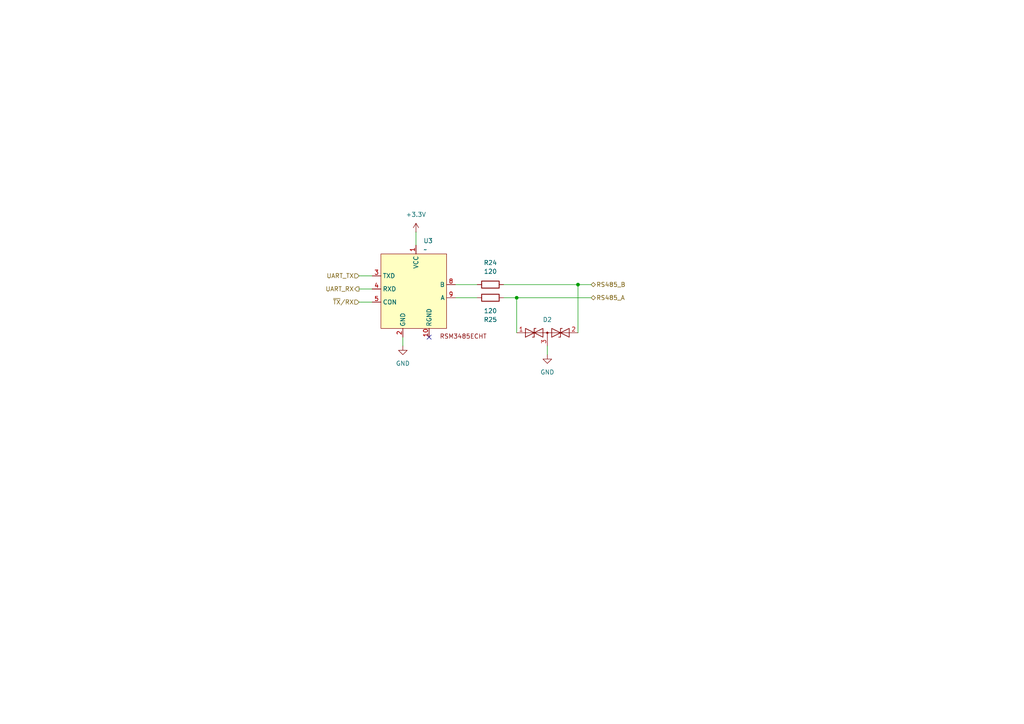
<source format=kicad_sch>
(kicad_sch
	(version 20250114)
	(generator "eeschema")
	(generator_version "9.0")
	(uuid "c598f9e5-ac1b-4a3e-bd6d-5579c1787fe4")
	(paper "A4")
	(lib_symbols
		(symbol "Device:R"
			(pin_numbers
				(hide yes)
			)
			(pin_names
				(offset 0)
			)
			(exclude_from_sim no)
			(in_bom yes)
			(on_board yes)
			(property "Reference" "R"
				(at 2.032 0 90)
				(effects
					(font
						(size 1.27 1.27)
					)
				)
			)
			(property "Value" "R"
				(at 0 0 90)
				(effects
					(font
						(size 1.27 1.27)
					)
				)
			)
			(property "Footprint" ""
				(at -1.778 0 90)
				(effects
					(font
						(size 1.27 1.27)
					)
					(hide yes)
				)
			)
			(property "Datasheet" "~"
				(at 0 0 0)
				(effects
					(font
						(size 1.27 1.27)
					)
					(hide yes)
				)
			)
			(property "Description" "Resistor"
				(at 0 0 0)
				(effects
					(font
						(size 1.27 1.27)
					)
					(hide yes)
				)
			)
			(property "ki_keywords" "R res resistor"
				(at 0 0 0)
				(effects
					(font
						(size 1.27 1.27)
					)
					(hide yes)
				)
			)
			(property "ki_fp_filters" "R_*"
				(at 0 0 0)
				(effects
					(font
						(size 1.27 1.27)
					)
					(hide yes)
				)
			)
			(symbol "R_0_1"
				(rectangle
					(start -1.016 -2.54)
					(end 1.016 2.54)
					(stroke
						(width 0.254)
						(type default)
					)
					(fill
						(type none)
					)
				)
			)
			(symbol "R_1_1"
				(pin passive line
					(at 0 3.81 270)
					(length 1.27)
					(name "~"
						(effects
							(font
								(size 1.27 1.27)
							)
						)
					)
					(number "1"
						(effects
							(font
								(size 1.27 1.27)
							)
						)
					)
				)
				(pin passive line
					(at 0 -3.81 90)
					(length 1.27)
					(name "~"
						(effects
							(font
								(size 1.27 1.27)
							)
						)
					)
					(number "2"
						(effects
							(font
								(size 1.27 1.27)
							)
						)
					)
				)
			)
			(embedded_fonts no)
		)
		(symbol "Diode:SM712_SOT23"
			(pin_names
				(offset 1.016)
				(hide yes)
			)
			(exclude_from_sim no)
			(in_bom yes)
			(on_board yes)
			(property "Reference" "D"
				(at 0 4.445 0)
				(effects
					(font
						(size 1.27 1.27)
					)
				)
			)
			(property "Value" "SM712_SOT23"
				(at 0 2.54 0)
				(effects
					(font
						(size 1.27 1.27)
					)
				)
			)
			(property "Footprint" "Package_TO_SOT_SMD:SOT-23"
				(at 0 -8.89 0)
				(effects
					(font
						(size 1.27 1.27)
					)
					(hide yes)
				)
			)
			(property "Datasheet" "https://www.littelfuse.com/~/media/electronics/datasheets/tvs_diode_arrays/littelfuse_tvs_diode_array_sm712_datasheet.pdf.pdf"
				(at -3.81 0 0)
				(effects
					(font
						(size 1.27 1.27)
					)
					(hide yes)
				)
			)
			(property "Description" "7V/12V, 600W Asymmetrical TVS Diode Array, SOT-23"
				(at 0 0 0)
				(effects
					(font
						(size 1.27 1.27)
					)
					(hide yes)
				)
			)
			(property "ki_keywords" "transient voltage suppressor thyrector transil"
				(at 0 0 0)
				(effects
					(font
						(size 1.27 1.27)
					)
					(hide yes)
				)
			)
			(property "ki_fp_filters" "SOT?23*"
				(at 0 0 0)
				(effects
					(font
						(size 1.27 1.27)
					)
					(hide yes)
				)
			)
			(symbol "SM712_SOT23_0_0"
				(polyline
					(pts
						(xy 0 -1.27) (xy 0 0)
					)
					(stroke
						(width 0)
						(type default)
					)
					(fill
						(type none)
					)
				)
			)
			(symbol "SM712_SOT23_0_1"
				(polyline
					(pts
						(xy -6.35 0) (xy 6.35 0)
					)
					(stroke
						(width 0)
						(type default)
					)
					(fill
						(type none)
					)
				)
				(polyline
					(pts
						(xy -6.35 -1.27) (xy -1.27 1.27) (xy -1.27 -1.27) (xy -6.35 1.27) (xy -6.35 -1.27)
					)
					(stroke
						(width 0.2032)
						(type default)
					)
					(fill
						(type none)
					)
				)
				(polyline
					(pts
						(xy -3.302 1.27) (xy -3.81 1.27) (xy -3.81 -1.27) (xy -4.318 -1.27)
					)
					(stroke
						(width 0.2032)
						(type default)
					)
					(fill
						(type none)
					)
				)
				(circle
					(center 0 0)
					(radius 0.254)
					(stroke
						(width 0)
						(type default)
					)
					(fill
						(type outline)
					)
				)
				(polyline
					(pts
						(xy 1.27 -1.27) (xy 1.27 1.27) (xy 6.35 -1.27) (xy 6.35 1.27) (xy 1.27 -1.27)
					)
					(stroke
						(width 0.2032)
						(type default)
					)
					(fill
						(type none)
					)
				)
				(polyline
					(pts
						(xy 4.318 1.27) (xy 3.81 1.27) (xy 3.81 -1.27) (xy 3.302 -1.27)
					)
					(stroke
						(width 0.2032)
						(type default)
					)
					(fill
						(type none)
					)
				)
			)
			(symbol "SM712_SOT23_1_1"
				(pin passive line
					(at -8.89 0 0)
					(length 2.54)
					(name "A1"
						(effects
							(font
								(size 1.27 1.27)
							)
						)
					)
					(number "1"
						(effects
							(font
								(size 1.27 1.27)
							)
						)
					)
				)
				(pin input line
					(at 0 -3.81 90)
					(length 2.54)
					(name "common"
						(effects
							(font
								(size 1.27 1.27)
							)
						)
					)
					(number "3"
						(effects
							(font
								(size 1.27 1.27)
							)
						)
					)
				)
				(pin passive line
					(at 8.89 0 180)
					(length 2.54)
					(name "A2"
						(effects
							(font
								(size 1.27 1.27)
							)
						)
					)
					(number "2"
						(effects
							(font
								(size 1.27 1.27)
							)
						)
					)
				)
			)
			(embedded_fonts no)
		)
		(symbol "Riqi_Parts:YLPTEC_RSM3485ECHT"
			(exclude_from_sim no)
			(in_bom yes)
			(on_board yes)
			(property "Reference" "U"
				(at 1.778 1.016 0)
				(effects
					(font
						(size 1.27 1.27)
					)
				)
			)
			(property "Value" ""
				(at 0 0 0)
				(effects
					(font
						(size 1.27 1.27)
					)
				)
			)
			(property "Footprint" "Riqi_Parts:YLPTEC RSM3485ECHT"
				(at 0 0 0)
				(effects
					(font
						(size 1.27 1.27)
					)
					(hide yes)
				)
			)
			(property "Datasheet" "https://lcsc.com/datasheet/lcsc_datasheet_2411051508_YLPTEC-RSM3485ECHT_C2992406.pdf"
				(at 0 0 0)
				(effects
					(font
						(size 1.27 1.27)
					)
					(hide yes)
				)
			)
			(property "Description" "RS485 ISOLATED MODULE"
				(at 0 0 0)
				(effects
					(font
						(size 1.27 1.27)
					)
					(hide yes)
				)
			)
			(symbol "YLPTEC_RSM3485ECHT_1_1"
				(rectangle
					(start -15.24 -1.27)
					(end 3.81 -22.86)
					(stroke
						(width 0)
						(type solid)
					)
					(fill
						(type background)
					)
				)
				(text "RSM3485ECHT"
					(at 8.636 -25.146 0)
					(effects
						(font
							(size 1.27 1.27)
						)
					)
				)
				(pin bidirectional line
					(at -17.78 -7.62 0)
					(length 2.54)
					(name "TXD"
						(effects
							(font
								(size 1.27 1.27)
							)
						)
					)
					(number "3"
						(effects
							(font
								(size 1.27 1.27)
							)
						)
					)
				)
				(pin bidirectional line
					(at -17.78 -11.43 0)
					(length 2.54)
					(name "RXD"
						(effects
							(font
								(size 1.27 1.27)
							)
						)
					)
					(number "4"
						(effects
							(font
								(size 1.27 1.27)
							)
						)
					)
				)
				(pin bidirectional line
					(at -17.78 -15.24 0)
					(length 2.54)
					(name "CON"
						(effects
							(font
								(size 1.27 1.27)
							)
						)
					)
					(number "5"
						(effects
							(font
								(size 1.27 1.27)
							)
						)
					)
				)
				(pin power_in line
					(at -8.89 -25.4 90)
					(length 2.54)
					(name "GND"
						(effects
							(font
								(size 1.27 1.27)
							)
						)
					)
					(number "2"
						(effects
							(font
								(size 1.27 1.27)
							)
						)
					)
				)
				(pin power_in line
					(at -5.08 1.27 270)
					(length 2.54)
					(name "VCC"
						(effects
							(font
								(size 1.27 1.27)
							)
						)
					)
					(number "1"
						(effects
							(font
								(size 1.27 1.27)
							)
						)
					)
				)
				(pin power_in line
					(at -1.27 -25.4 90)
					(length 2.54)
					(name "RGND"
						(effects
							(font
								(size 1.27 1.27)
							)
						)
					)
					(number "10"
						(effects
							(font
								(size 1.27 1.27)
							)
						)
					)
				)
				(pin bidirectional line
					(at 6.35 -10.16 180)
					(length 2.54)
					(name "B"
						(effects
							(font
								(size 1.27 1.27)
							)
						)
					)
					(number "8"
						(effects
							(font
								(size 1.27 1.27)
							)
						)
					)
				)
				(pin bidirectional line
					(at 6.35 -13.97 180)
					(length 2.54)
					(name "A"
						(effects
							(font
								(size 1.27 1.27)
							)
						)
					)
					(number "9"
						(effects
							(font
								(size 1.27 1.27)
							)
						)
					)
				)
			)
			(embedded_fonts no)
		)
		(symbol "power:+3.3V"
			(power)
			(pin_numbers
				(hide yes)
			)
			(pin_names
				(offset 0)
				(hide yes)
			)
			(exclude_from_sim no)
			(in_bom yes)
			(on_board yes)
			(property "Reference" "#PWR"
				(at 0 -3.81 0)
				(effects
					(font
						(size 1.27 1.27)
					)
					(hide yes)
				)
			)
			(property "Value" "+3.3V"
				(at 0 3.556 0)
				(effects
					(font
						(size 1.27 1.27)
					)
				)
			)
			(property "Footprint" ""
				(at 0 0 0)
				(effects
					(font
						(size 1.27 1.27)
					)
					(hide yes)
				)
			)
			(property "Datasheet" ""
				(at 0 0 0)
				(effects
					(font
						(size 1.27 1.27)
					)
					(hide yes)
				)
			)
			(property "Description" "Power symbol creates a global label with name \"+3.3V\""
				(at 0 0 0)
				(effects
					(font
						(size 1.27 1.27)
					)
					(hide yes)
				)
			)
			(property "ki_keywords" "global power"
				(at 0 0 0)
				(effects
					(font
						(size 1.27 1.27)
					)
					(hide yes)
				)
			)
			(symbol "+3.3V_0_1"
				(polyline
					(pts
						(xy -0.762 1.27) (xy 0 2.54)
					)
					(stroke
						(width 0)
						(type default)
					)
					(fill
						(type none)
					)
				)
				(polyline
					(pts
						(xy 0 2.54) (xy 0.762 1.27)
					)
					(stroke
						(width 0)
						(type default)
					)
					(fill
						(type none)
					)
				)
				(polyline
					(pts
						(xy 0 0) (xy 0 2.54)
					)
					(stroke
						(width 0)
						(type default)
					)
					(fill
						(type none)
					)
				)
			)
			(symbol "+3.3V_1_1"
				(pin power_in line
					(at 0 0 90)
					(length 0)
					(name "~"
						(effects
							(font
								(size 1.27 1.27)
							)
						)
					)
					(number "1"
						(effects
							(font
								(size 1.27 1.27)
							)
						)
					)
				)
			)
			(embedded_fonts no)
		)
		(symbol "power:GND"
			(power)
			(pin_numbers
				(hide yes)
			)
			(pin_names
				(offset 0)
				(hide yes)
			)
			(exclude_from_sim no)
			(in_bom yes)
			(on_board yes)
			(property "Reference" "#PWR"
				(at 0 -6.35 0)
				(effects
					(font
						(size 1.27 1.27)
					)
					(hide yes)
				)
			)
			(property "Value" "GND"
				(at 0 -3.81 0)
				(effects
					(font
						(size 1.27 1.27)
					)
				)
			)
			(property "Footprint" ""
				(at 0 0 0)
				(effects
					(font
						(size 1.27 1.27)
					)
					(hide yes)
				)
			)
			(property "Datasheet" ""
				(at 0 0 0)
				(effects
					(font
						(size 1.27 1.27)
					)
					(hide yes)
				)
			)
			(property "Description" "Power symbol creates a global label with name \"GND\" , ground"
				(at 0 0 0)
				(effects
					(font
						(size 1.27 1.27)
					)
					(hide yes)
				)
			)
			(property "ki_keywords" "global power"
				(at 0 0 0)
				(effects
					(font
						(size 1.27 1.27)
					)
					(hide yes)
				)
			)
			(symbol "GND_0_1"
				(polyline
					(pts
						(xy 0 0) (xy 0 -1.27) (xy 1.27 -1.27) (xy 0 -2.54) (xy -1.27 -1.27) (xy 0 -1.27)
					)
					(stroke
						(width 0)
						(type default)
					)
					(fill
						(type none)
					)
				)
			)
			(symbol "GND_1_1"
				(pin power_in line
					(at 0 0 270)
					(length 0)
					(name "~"
						(effects
							(font
								(size 1.27 1.27)
							)
						)
					)
					(number "1"
						(effects
							(font
								(size 1.27 1.27)
							)
						)
					)
				)
			)
			(embedded_fonts no)
		)
	)
	(junction
		(at 149.86 86.36)
		(diameter 0)
		(color 0 0 0 0)
		(uuid "22a05c60-5d36-418b-846c-3d12a24db8b7")
	)
	(junction
		(at 167.64 82.55)
		(diameter 0)
		(color 0 0 0 0)
		(uuid "8d1a6d2a-5f66-4e19-9c16-dbff270d981a")
	)
	(no_connect
		(at 124.46 97.79)
		(uuid "2650831e-5859-4c23-a617-4bfa3fad0e4a")
	)
	(wire
		(pts
			(xy 132.08 86.36) (xy 138.43 86.36)
		)
		(stroke
			(width 0)
			(type default)
		)
		(uuid "08e0511c-8639-4b40-a713-d70044e55388")
	)
	(wire
		(pts
			(xy 149.86 86.36) (xy 171.45 86.36)
		)
		(stroke
			(width 0)
			(type default)
		)
		(uuid "1fb5a839-dc20-4b3b-80b0-b795fdf1f1fc")
	)
	(wire
		(pts
			(xy 158.75 100.33) (xy 158.75 102.87)
		)
		(stroke
			(width 0)
			(type default)
		)
		(uuid "4404ae81-0b45-4fe3-bbe9-5bcd079727a1")
	)
	(wire
		(pts
			(xy 132.08 82.55) (xy 138.43 82.55)
		)
		(stroke
			(width 0)
			(type default)
		)
		(uuid "4b1c0ca7-5252-4128-b595-cea1268b7b62")
	)
	(wire
		(pts
			(xy 167.64 82.55) (xy 167.64 96.52)
		)
		(stroke
			(width 0)
			(type default)
		)
		(uuid "550c7850-f500-4207-b62d-98b7988187cc")
	)
	(wire
		(pts
			(xy 116.84 97.79) (xy 116.84 100.33)
		)
		(stroke
			(width 0)
			(type default)
		)
		(uuid "722016a8-0d8f-47ca-acbf-e94e241d7a00")
	)
	(wire
		(pts
			(xy 120.65 67.31) (xy 120.65 71.12)
		)
		(stroke
			(width 0)
			(type default)
		)
		(uuid "758e1150-b1bd-4640-96ed-8846eb51e1df")
	)
	(wire
		(pts
			(xy 167.64 82.55) (xy 171.45 82.55)
		)
		(stroke
			(width 0)
			(type default)
		)
		(uuid "8cd4dfb2-0dab-436c-b457-93b47a864543")
	)
	(wire
		(pts
			(xy 104.14 87.63) (xy 107.95 87.63)
		)
		(stroke
			(width 0)
			(type default)
		)
		(uuid "8e2da07c-4da6-474b-8e54-4b35999df8bf")
	)
	(wire
		(pts
			(xy 146.05 86.36) (xy 149.86 86.36)
		)
		(stroke
			(width 0)
			(type default)
		)
		(uuid "a0f65665-556f-4211-ad0c-d5572e382efa")
	)
	(wire
		(pts
			(xy 104.14 80.01) (xy 107.95 80.01)
		)
		(stroke
			(width 0)
			(type default)
		)
		(uuid "be3c2ce8-f5bb-44f7-872c-2228859f9a11")
	)
	(wire
		(pts
			(xy 146.05 82.55) (xy 167.64 82.55)
		)
		(stroke
			(width 0)
			(type default)
		)
		(uuid "c6952a33-6533-4675-9082-064513cf4810")
	)
	(wire
		(pts
			(xy 149.86 86.36) (xy 149.86 96.52)
		)
		(stroke
			(width 0)
			(type default)
		)
		(uuid "cbe2699c-a241-4fd3-8d8d-538c2a43dd30")
	)
	(wire
		(pts
			(xy 104.14 83.82) (xy 107.95 83.82)
		)
		(stroke
			(width 0)
			(type default)
		)
		(uuid "fd247c22-8a26-43f3-8f8b-c666597e51c6")
	)
	(hierarchical_label "UART_RX"
		(shape output)
		(at 104.14 83.82 180)
		(effects
			(font
				(size 1.27 1.27)
			)
			(justify right)
		)
		(uuid "0f9afdb3-b453-4c62-836f-458e6fa36d81")
	)
	(hierarchical_label "RS485_A"
		(shape bidirectional)
		(at 171.45 86.36 0)
		(effects
			(font
				(size 1.27 1.27)
			)
			(justify left)
		)
		(uuid "12b1f7c9-7f2f-40cb-93ac-d1c28f6f3224")
	)
	(hierarchical_label "~{TX}{slash}RX"
		(shape input)
		(at 104.14 87.63 180)
		(effects
			(font
				(size 1.27 1.27)
			)
			(justify right)
		)
		(uuid "9703bf3a-8ebc-491c-a183-053f1ea0cdcf")
	)
	(hierarchical_label "UART_TX"
		(shape input)
		(at 104.14 80.01 180)
		(effects
			(font
				(size 1.27 1.27)
			)
			(justify right)
		)
		(uuid "9de0f9c2-67d0-43c5-82cc-7cf0a2c9d038")
	)
	(hierarchical_label "RS485_B"
		(shape bidirectional)
		(at 171.45 82.55 0)
		(effects
			(font
				(size 1.27 1.27)
			)
			(justify left)
		)
		(uuid "b705b3ea-2db5-4ac7-bf16-6a529c457d97")
	)
	(symbol
		(lib_id "power:GND")
		(at 116.84 100.33 0)
		(unit 1)
		(exclude_from_sim no)
		(in_bom yes)
		(on_board yes)
		(dnp no)
		(fields_autoplaced yes)
		(uuid "0375b851-b1ff-42cc-892f-e9a474cb14b1")
		(property "Reference" "#PWR16"
			(at 116.84 106.68 0)
			(effects
				(font
					(size 1.27 1.27)
				)
				(hide yes)
			)
		)
		(property "Value" "GND"
			(at 116.84 105.41 0)
			(effects
				(font
					(size 1.27 1.27)
				)
			)
		)
		(property "Footprint" ""
			(at 116.84 100.33 0)
			(effects
				(font
					(size 1.27 1.27)
				)
				(hide yes)
			)
		)
		(property "Datasheet" ""
			(at 116.84 100.33 0)
			(effects
				(font
					(size 1.27 1.27)
				)
				(hide yes)
			)
		)
		(property "Description" "Power symbol creates a global label with name \"GND\" , ground"
			(at 116.84 100.33 0)
			(effects
				(font
					(size 1.27 1.27)
				)
				(hide yes)
			)
		)
		(pin "1"
			(uuid "434065af-173d-4b00-afbe-67fe1a2927cd")
		)
		(instances
			(project "NIVARA"
				(path "/8290cc18-06d0-4e02-a781-29a61ebc321a/9e4d7a0c-a5eb-4e88-9036-0c35e68b279a/43a112db-786f-42fb-8db3-67286b51ed8f"
					(reference "#PWR16")
					(unit 1)
				)
			)
		)
	)
	(symbol
		(lib_id "Device:R")
		(at 142.24 82.55 90)
		(unit 1)
		(exclude_from_sim no)
		(in_bom yes)
		(on_board yes)
		(dnp no)
		(fields_autoplaced yes)
		(uuid "079a3814-b3db-4b43-8cfb-6ba794be0c93")
		(property "Reference" "R24"
			(at 142.24 76.2 90)
			(effects
				(font
					(size 1.27 1.27)
				)
			)
		)
		(property "Value" "120"
			(at 142.24 78.74 90)
			(effects
				(font
					(size 1.27 1.27)
				)
			)
		)
		(property "Footprint" ""
			(at 142.24 84.328 90)
			(effects
				(font
					(size 1.27 1.27)
				)
				(hide yes)
			)
		)
		(property "Datasheet" "~"
			(at 142.24 82.55 0)
			(effects
				(font
					(size 1.27 1.27)
				)
				(hide yes)
			)
		)
		(property "Description" "Resistor"
			(at 142.24 82.55 0)
			(effects
				(font
					(size 1.27 1.27)
				)
				(hide yes)
			)
		)
		(pin "1"
			(uuid "b0d731c4-0639-40c1-81e2-eb9b9e8815db")
		)
		(pin "2"
			(uuid "046ee995-96a5-4ab5-b3a4-86d1f71390cb")
		)
		(instances
			(project "NIVARA"
				(path "/8290cc18-06d0-4e02-a781-29a61ebc321a/9e4d7a0c-a5eb-4e88-9036-0c35e68b279a/43a112db-786f-42fb-8db3-67286b51ed8f"
					(reference "R24")
					(unit 1)
				)
			)
		)
	)
	(symbol
		(lib_id "Riqi_Parts:YLPTEC_RSM3485ECHT")
		(at 125.73 72.39 0)
		(unit 1)
		(exclude_from_sim no)
		(in_bom yes)
		(on_board yes)
		(dnp no)
		(fields_autoplaced yes)
		(uuid "0b6916b1-d001-4d1f-b0e7-4ef2889cac37")
		(property "Reference" "U3"
			(at 122.7933 69.85 0)
			(effects
				(font
					(size 1.27 1.27)
				)
				(justify left)
			)
		)
		(property "Value" "~"
			(at 122.7933 72.39 0)
			(effects
				(font
					(size 1.27 1.27)
				)
				(justify left)
			)
		)
		(property "Footprint" "Riqi_Parts:YLPTEC RSM3485ECHT"
			(at 125.73 72.39 0)
			(effects
				(font
					(size 1.27 1.27)
				)
				(hide yes)
			)
		)
		(property "Datasheet" "https://lcsc.com/datasheet/lcsc_datasheet_2411051508_YLPTEC-RSM3485ECHT_C2992406.pdf"
			(at 125.73 72.39 0)
			(effects
				(font
					(size 1.27 1.27)
				)
				(hide yes)
			)
		)
		(property "Description" "RS485 ISOLATED MODULE"
			(at 125.73 72.39 0)
			(effects
				(font
					(size 1.27 1.27)
				)
				(hide yes)
			)
		)
		(pin "9"
			(uuid "b6f2c3f4-d41d-4d97-9591-f1b950cdbf75")
		)
		(pin "5"
			(uuid "461abd25-5a34-400a-b9f2-17492b11757d")
		)
		(pin "10"
			(uuid "f351cb6f-ebb6-4576-8e62-d7c8eaee149d")
		)
		(pin "8"
			(uuid "0effd02a-b0a2-4390-9439-582fa01661ae")
		)
		(pin "4"
			(uuid "1247548f-1916-4145-b634-5e94bbe88e2a")
		)
		(pin "1"
			(uuid "ec840838-b58f-481e-80b1-45827976244a")
		)
		(pin "2"
			(uuid "172d0647-4dc0-47cf-9829-a6911e24fb9f")
		)
		(pin "3"
			(uuid "6853de27-c6ae-4a96-b6b2-395f79bd6375")
		)
		(instances
			(project "NIVARA"
				(path "/8290cc18-06d0-4e02-a781-29a61ebc321a/9e4d7a0c-a5eb-4e88-9036-0c35e68b279a/43a112db-786f-42fb-8db3-67286b51ed8f"
					(reference "U3")
					(unit 1)
				)
			)
		)
	)
	(symbol
		(lib_id "Diode:SM712_SOT23")
		(at 158.75 96.52 0)
		(unit 1)
		(exclude_from_sim no)
		(in_bom yes)
		(on_board yes)
		(dnp no)
		(fields_autoplaced yes)
		(uuid "6fde49b7-df7d-4abc-b65a-ed035397880f")
		(property "Reference" "D2"
			(at 158.75 92.71 0)
			(effects
				(font
					(size 1.27 1.27)
				)
			)
		)
		(property "Value" "SM712_SOT23"
			(at 158.75 92.71 0)
			(effects
				(font
					(size 1.27 1.27)
				)
				(hide yes)
			)
		)
		(property "Footprint" "Package_TO_SOT_SMD:SOT-23"
			(at 158.75 105.41 0)
			(effects
				(font
					(size 1.27 1.27)
				)
				(hide yes)
			)
		)
		(property "Datasheet" "https://www.littelfuse.com/~/media/electronics/datasheets/tvs_diode_arrays/littelfuse_tvs_diode_array_sm712_datasheet.pdf.pdf"
			(at 154.94 96.52 0)
			(effects
				(font
					(size 1.27 1.27)
				)
				(hide yes)
			)
		)
		(property "Description" "7V/12V, 600W Asymmetrical TVS Diode Array, SOT-23"
			(at 158.75 96.52 0)
			(effects
				(font
					(size 1.27 1.27)
				)
				(hide yes)
			)
		)
		(pin "2"
			(uuid "05217b97-b996-4262-b113-a5f5eea2ccdc")
		)
		(pin "1"
			(uuid "dc3eabef-7bcc-4813-9c7d-9cb34962dc2f")
		)
		(pin "3"
			(uuid "9c407100-a769-4486-ad76-6a49e2e75586")
		)
		(instances
			(project "NIVARA"
				(path "/8290cc18-06d0-4e02-a781-29a61ebc321a/9e4d7a0c-a5eb-4e88-9036-0c35e68b279a/43a112db-786f-42fb-8db3-67286b51ed8f"
					(reference "D2")
					(unit 1)
				)
			)
		)
	)
	(symbol
		(lib_id "Device:R")
		(at 142.24 86.36 90)
		(mirror x)
		(unit 1)
		(exclude_from_sim no)
		(in_bom yes)
		(on_board yes)
		(dnp no)
		(uuid "8f0a9f59-a5bc-49b1-a382-e75e7a2d5f1f")
		(property "Reference" "R25"
			(at 142.24 92.71 90)
			(effects
				(font
					(size 1.27 1.27)
				)
			)
		)
		(property "Value" "120"
			(at 142.24 90.17 90)
			(effects
				(font
					(size 1.27 1.27)
				)
			)
		)
		(property "Footprint" ""
			(at 142.24 84.582 90)
			(effects
				(font
					(size 1.27 1.27)
				)
				(hide yes)
			)
		)
		(property "Datasheet" "~"
			(at 142.24 86.36 0)
			(effects
				(font
					(size 1.27 1.27)
				)
				(hide yes)
			)
		)
		(property "Description" "Resistor"
			(at 142.24 86.36 0)
			(effects
				(font
					(size 1.27 1.27)
				)
				(hide yes)
			)
		)
		(pin "1"
			(uuid "8060033a-61fe-44ab-8a49-7e0d4ff31f5e")
		)
		(pin "2"
			(uuid "cf94365b-34fb-48c8-8e6c-9a97701ebf1f")
		)
		(instances
			(project "NIVARA"
				(path "/8290cc18-06d0-4e02-a781-29a61ebc321a/9e4d7a0c-a5eb-4e88-9036-0c35e68b279a/43a112db-786f-42fb-8db3-67286b51ed8f"
					(reference "R25")
					(unit 1)
				)
			)
		)
	)
	(symbol
		(lib_id "power:+3.3V")
		(at 120.65 67.31 0)
		(unit 1)
		(exclude_from_sim no)
		(in_bom yes)
		(on_board yes)
		(dnp no)
		(fields_autoplaced yes)
		(uuid "bdc33729-c98f-481b-a33f-0eb96d072ec8")
		(property "Reference" "#PWR17"
			(at 120.65 71.12 0)
			(effects
				(font
					(size 1.27 1.27)
				)
				(hide yes)
			)
		)
		(property "Value" "+3.3V"
			(at 120.65 62.23 0)
			(effects
				(font
					(size 1.27 1.27)
				)
			)
		)
		(property "Footprint" ""
			(at 120.65 67.31 0)
			(effects
				(font
					(size 1.27 1.27)
				)
				(hide yes)
			)
		)
		(property "Datasheet" ""
			(at 120.65 67.31 0)
			(effects
				(font
					(size 1.27 1.27)
				)
				(hide yes)
			)
		)
		(property "Description" "Power symbol creates a global label with name \"+3.3V\""
			(at 120.65 67.31 0)
			(effects
				(font
					(size 1.27 1.27)
				)
				(hide yes)
			)
		)
		(pin "1"
			(uuid "bccb0630-3bdf-4c07-bb9e-742fdc3a68d5")
		)
		(instances
			(project "NIVARA"
				(path "/8290cc18-06d0-4e02-a781-29a61ebc321a/9e4d7a0c-a5eb-4e88-9036-0c35e68b279a/43a112db-786f-42fb-8db3-67286b51ed8f"
					(reference "#PWR17")
					(unit 1)
				)
			)
		)
	)
	(symbol
		(lib_id "power:GND")
		(at 158.75 102.87 0)
		(unit 1)
		(exclude_from_sim no)
		(in_bom yes)
		(on_board yes)
		(dnp no)
		(fields_autoplaced yes)
		(uuid "fb5ae3c2-634d-4b95-8f6d-d83379a5db3f")
		(property "Reference" "#PWR052"
			(at 158.75 109.22 0)
			(effects
				(font
					(size 1.27 1.27)
				)
				(hide yes)
			)
		)
		(property "Value" "GND"
			(at 158.75 107.95 0)
			(effects
				(font
					(size 1.27 1.27)
				)
			)
		)
		(property "Footprint" ""
			(at 158.75 102.87 0)
			(effects
				(font
					(size 1.27 1.27)
				)
				(hide yes)
			)
		)
		(property "Datasheet" ""
			(at 158.75 102.87 0)
			(effects
				(font
					(size 1.27 1.27)
				)
				(hide yes)
			)
		)
		(property "Description" "Power symbol creates a global label with name \"GND\" , ground"
			(at 158.75 102.87 0)
			(effects
				(font
					(size 1.27 1.27)
				)
				(hide yes)
			)
		)
		(pin "1"
			(uuid "c06deeab-1f9e-44fa-9515-70cea071e256")
		)
		(instances
			(project "NIVARA"
				(path "/8290cc18-06d0-4e02-a781-29a61ebc321a/9e4d7a0c-a5eb-4e88-9036-0c35e68b279a/43a112db-786f-42fb-8db3-67286b51ed8f"
					(reference "#PWR052")
					(unit 1)
				)
			)
		)
	)
)

</source>
